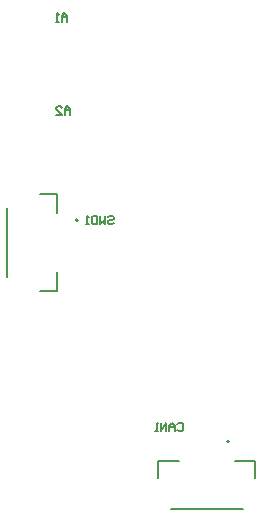
<source format=gbo>
G04*
G04 #@! TF.GenerationSoftware,Altium Limited,Altium Designer,19.1.8 (144)*
G04*
G04 Layer_Color=32896*
%FSLAX44Y44*%
%MOMM*%
G71*
G01*
G75*
%ADD11C,0.1270*%
%ADD12C,0.2000*%
%ADD18C,0.1700*%
D11*
X1417270Y676820D02*
Y734820D01*
X1445470Y747070D02*
X1459770D01*
Y730820D02*
Y747070D01*
Y664570D02*
Y680820D01*
X1445470Y664570D02*
X1459770D01*
X1555830Y480240D02*
X1616730D01*
X1545080Y520740D02*
X1562730D01*
X1545080Y506440D02*
Y520740D01*
X1609930D02*
X1627580D01*
Y506540D02*
Y520740D01*
D12*
X1477270Y724570D02*
G03*
X1477270Y724570I-1000J0D01*
G01*
X1605330Y537240D02*
G03*
X1605330Y537240I-1000J0D01*
G01*
D18*
X1561599Y551787D02*
X1562765Y552954D01*
X1565098D01*
X1566264Y551787D01*
Y547122D01*
X1565098Y545956D01*
X1562765D01*
X1561599Y547122D01*
X1559266Y545956D02*
Y550621D01*
X1556934Y552954D01*
X1554601Y550621D01*
Y545956D01*
Y549455D01*
X1559266D01*
X1552269Y545956D02*
Y552954D01*
X1547603Y545956D01*
Y552954D01*
X1545271Y545956D02*
X1542938D01*
X1544104D01*
Y552954D01*
X1545271Y551787D01*
X1470660Y814070D02*
Y818735D01*
X1468327Y821068D01*
X1465995Y818735D01*
Y814070D01*
Y817569D01*
X1470660D01*
X1458997Y814070D02*
X1463662D01*
X1458997Y818735D01*
Y819902D01*
X1460163Y821068D01*
X1462496D01*
X1463662Y819902D01*
X1468120Y892810D02*
Y897475D01*
X1465787Y899808D01*
X1463455Y897475D01*
Y892810D01*
Y896309D01*
X1468120D01*
X1461122Y892810D02*
X1458790D01*
X1459956D01*
Y899808D01*
X1461122Y898642D01*
X1502825Y727191D02*
X1503991Y728358D01*
X1506324D01*
X1507490Y727191D01*
Y726025D01*
X1506324Y724859D01*
X1503991D01*
X1502825Y723693D01*
Y722526D01*
X1503991Y721360D01*
X1506324D01*
X1507490Y722526D01*
X1500492Y728358D02*
Y721360D01*
X1498160Y723693D01*
X1495827Y721360D01*
Y728358D01*
X1493495D02*
Y721360D01*
X1489996D01*
X1488829Y722526D01*
Y727191D01*
X1489996Y728358D01*
X1493495D01*
X1486497Y721360D02*
X1484164D01*
X1485331D01*
Y728358D01*
X1486497Y727191D01*
M02*

</source>
